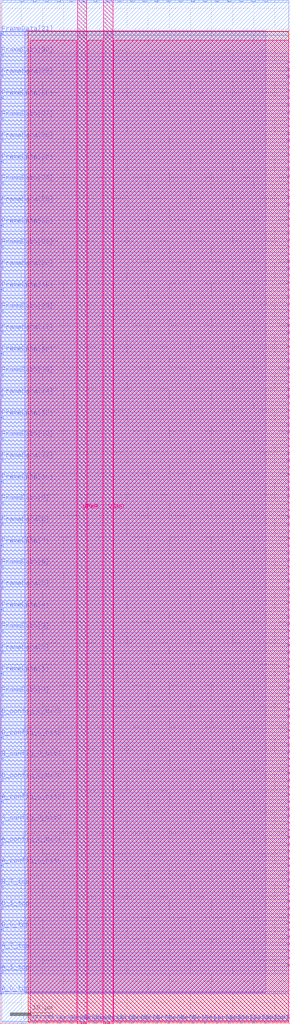
<source format=lef>
VERSION 5.7 ;
  NOWIREEXTENSIONATPIN ON ;
  DIVIDERCHAR "/" ;
  BUSBITCHARS "[]" ;
MACRO W_IO
  CLASS BLOCK ;
  FOREIGN W_IO ;
  ORIGIN 0.000 0.000 ;
  SIZE 68.640 BY 241.920 ;
  PIN A_I_top
    DIRECTION OUTPUT ;
    USE SIGNAL ;
    ANTENNADIFFAREA 0.654800 ;
    PORT
      LAYER Metal2 ;
        RECT 0.000 11.980 0.450 12.380 ;
    END
  END A_I_top
  PIN A_O_top
    DIRECTION INPUT ;
    USE SIGNAL ;
    ANTENNAGATEAREA 0.180700 ;
    PORT
      LAYER Metal2 ;
        RECT 0.000 6.940 0.450 7.340 ;
    END
  END A_O_top
  PIN A_T_top
    DIRECTION OUTPUT ;
    USE SIGNAL ;
    ANTENNADIFFAREA 0.654800 ;
    PORT
      LAYER Metal2 ;
        RECT 0.000 17.020 0.450 17.420 ;
    END
  END A_T_top
  PIN A_config_C_bit0
    DIRECTION OUTPUT ;
    USE SIGNAL ;
    ANTENNADIFFAREA 0.654800 ;
    PORT
      LAYER Metal2 ;
        RECT 0.000 37.180 0.450 37.580 ;
    END
  END A_config_C_bit0
  PIN A_config_C_bit1
    DIRECTION OUTPUT ;
    USE SIGNAL ;
    ANTENNADIFFAREA 0.654800 ;
    PORT
      LAYER Metal2 ;
        RECT 0.000 42.220 0.450 42.620 ;
    END
  END A_config_C_bit1
  PIN A_config_C_bit2
    DIRECTION OUTPUT ;
    USE SIGNAL ;
    ANTENNADIFFAREA 0.654800 ;
    PORT
      LAYER Metal2 ;
        RECT 0.000 47.260 0.450 47.660 ;
    END
  END A_config_C_bit2
  PIN A_config_C_bit3
    DIRECTION OUTPUT ;
    USE SIGNAL ;
    ANTENNADIFFAREA 0.654800 ;
    PORT
      LAYER Metal2 ;
        RECT 0.000 52.300 0.450 52.700 ;
    END
  END A_config_C_bit3
  PIN B_I_top
    DIRECTION OUTPUT ;
    USE SIGNAL ;
    ANTENNADIFFAREA 0.654800 ;
    PORT
      LAYER Metal2 ;
        RECT 0.000 27.100 0.450 27.500 ;
    END
  END B_I_top
  PIN B_O_top
    DIRECTION INPUT ;
    USE SIGNAL ;
    ANTENNAGATEAREA 0.180700 ;
    PORT
      LAYER Metal2 ;
        RECT 0.000 22.060 0.450 22.460 ;
    END
  END B_O_top
  PIN B_T_top
    DIRECTION OUTPUT ;
    USE SIGNAL ;
    ANTENNADIFFAREA 0.654800 ;
    PORT
      LAYER Metal2 ;
        RECT 0.000 32.140 0.450 32.540 ;
    END
  END B_T_top
  PIN B_config_C_bit0
    DIRECTION OUTPUT ;
    USE SIGNAL ;
    ANTENNADIFFAREA 0.654800 ;
    PORT
      LAYER Metal2 ;
        RECT 0.000 57.340 0.450 57.740 ;
    END
  END B_config_C_bit0
  PIN B_config_C_bit1
    DIRECTION OUTPUT ;
    USE SIGNAL ;
    ANTENNADIFFAREA 0.654800 ;
    PORT
      LAYER Metal2 ;
        RECT 0.000 62.380 0.450 62.780 ;
    END
  END B_config_C_bit1
  PIN B_config_C_bit2
    DIRECTION OUTPUT ;
    USE SIGNAL ;
    ANTENNADIFFAREA 0.654800 ;
    PORT
      LAYER Metal2 ;
        RECT 0.000 67.420 0.450 67.820 ;
    END
  END B_config_C_bit2
  PIN B_config_C_bit3
    DIRECTION OUTPUT ;
    USE SIGNAL ;
    ANTENNADIFFAREA 0.654800 ;
    PORT
      LAYER Metal2 ;
        RECT 0.000 72.460 0.450 72.860 ;
    END
  END B_config_C_bit3
  PIN E1BEG[0]
    DIRECTION OUTPUT ;
    USE SIGNAL ;
    ANTENNADIFFAREA 0.654800 ;
    PORT
      LAYER Metal2 ;
        RECT 68.190 94.300 68.640 94.700 ;
    END
  END E1BEG[0]
  PIN E1BEG[1]
    DIRECTION OUTPUT ;
    USE SIGNAL ;
    ANTENNADIFFAREA 0.654800 ;
    PORT
      LAYER Metal2 ;
        RECT 68.190 95.980 68.640 96.380 ;
    END
  END E1BEG[1]
  PIN E1BEG[2]
    DIRECTION OUTPUT ;
    USE SIGNAL ;
    ANTENNADIFFAREA 0.654800 ;
    PORT
      LAYER Metal2 ;
        RECT 68.190 97.660 68.640 98.060 ;
    END
  END E1BEG[2]
  PIN E1BEG[3]
    DIRECTION OUTPUT ;
    USE SIGNAL ;
    ANTENNADIFFAREA 0.654800 ;
    PORT
      LAYER Metal2 ;
        RECT 68.190 99.340 68.640 99.740 ;
    END
  END E1BEG[3]
  PIN E2BEG[0]
    DIRECTION OUTPUT ;
    USE SIGNAL ;
    ANTENNADIFFAREA 0.654800 ;
    PORT
      LAYER Metal2 ;
        RECT 68.190 101.020 68.640 101.420 ;
    END
  END E2BEG[0]
  PIN E2BEG[1]
    DIRECTION OUTPUT ;
    USE SIGNAL ;
    ANTENNADIFFAREA 0.654800 ;
    PORT
      LAYER Metal2 ;
        RECT 68.190 102.700 68.640 103.100 ;
    END
  END E2BEG[1]
  PIN E2BEG[2]
    DIRECTION OUTPUT ;
    USE SIGNAL ;
    ANTENNADIFFAREA 0.654800 ;
    PORT
      LAYER Metal2 ;
        RECT 68.190 104.380 68.640 104.780 ;
    END
  END E2BEG[2]
  PIN E2BEG[3]
    DIRECTION OUTPUT ;
    USE SIGNAL ;
    ANTENNADIFFAREA 0.654800 ;
    PORT
      LAYER Metal2 ;
        RECT 68.190 106.060 68.640 106.460 ;
    END
  END E2BEG[3]
  PIN E2BEG[4]
    DIRECTION OUTPUT ;
    USE SIGNAL ;
    ANTENNADIFFAREA 0.654800 ;
    PORT
      LAYER Metal2 ;
        RECT 68.190 107.740 68.640 108.140 ;
    END
  END E2BEG[4]
  PIN E2BEG[5]
    DIRECTION OUTPUT ;
    USE SIGNAL ;
    ANTENNADIFFAREA 0.654800 ;
    PORT
      LAYER Metal2 ;
        RECT 68.190 109.420 68.640 109.820 ;
    END
  END E2BEG[5]
  PIN E2BEG[6]
    DIRECTION OUTPUT ;
    USE SIGNAL ;
    ANTENNADIFFAREA 0.654800 ;
    PORT
      LAYER Metal2 ;
        RECT 68.190 111.100 68.640 111.500 ;
    END
  END E2BEG[6]
  PIN E2BEG[7]
    DIRECTION OUTPUT ;
    USE SIGNAL ;
    ANTENNADIFFAREA 0.654800 ;
    PORT
      LAYER Metal2 ;
        RECT 68.190 112.780 68.640 113.180 ;
    END
  END E2BEG[7]
  PIN E2BEGb[0]
    DIRECTION OUTPUT ;
    USE SIGNAL ;
    ANTENNADIFFAREA 0.654800 ;
    PORT
      LAYER Metal2 ;
        RECT 68.190 114.460 68.640 114.860 ;
    END
  END E2BEGb[0]
  PIN E2BEGb[1]
    DIRECTION OUTPUT ;
    USE SIGNAL ;
    ANTENNADIFFAREA 0.654800 ;
    PORT
      LAYER Metal2 ;
        RECT 68.190 116.140 68.640 116.540 ;
    END
  END E2BEGb[1]
  PIN E2BEGb[2]
    DIRECTION OUTPUT ;
    USE SIGNAL ;
    ANTENNADIFFAREA 0.654800 ;
    PORT
      LAYER Metal2 ;
        RECT 68.190 117.820 68.640 118.220 ;
    END
  END E2BEGb[2]
  PIN E2BEGb[3]
    DIRECTION OUTPUT ;
    USE SIGNAL ;
    ANTENNADIFFAREA 0.654800 ;
    PORT
      LAYER Metal2 ;
        RECT 68.190 119.500 68.640 119.900 ;
    END
  END E2BEGb[3]
  PIN E2BEGb[4]
    DIRECTION OUTPUT ;
    USE SIGNAL ;
    ANTENNADIFFAREA 0.654800 ;
    PORT
      LAYER Metal2 ;
        RECT 68.190 121.180 68.640 121.580 ;
    END
  END E2BEGb[4]
  PIN E2BEGb[5]
    DIRECTION OUTPUT ;
    USE SIGNAL ;
    ANTENNADIFFAREA 0.654800 ;
    PORT
      LAYER Metal2 ;
        RECT 68.190 122.860 68.640 123.260 ;
    END
  END E2BEGb[5]
  PIN E2BEGb[6]
    DIRECTION OUTPUT ;
    USE SIGNAL ;
    ANTENNADIFFAREA 0.654800 ;
    PORT
      LAYER Metal2 ;
        RECT 68.190 124.540 68.640 124.940 ;
    END
  END E2BEGb[6]
  PIN E2BEGb[7]
    DIRECTION OUTPUT ;
    USE SIGNAL ;
    ANTENNADIFFAREA 0.654800 ;
    PORT
      LAYER Metal2 ;
        RECT 68.190 126.220 68.640 126.620 ;
    END
  END E2BEGb[7]
  PIN E6BEG[0]
    DIRECTION OUTPUT ;
    USE SIGNAL ;
    ANTENNADIFFAREA 0.654800 ;
    PORT
      LAYER Metal2 ;
        RECT 68.190 154.780 68.640 155.180 ;
    END
  END E6BEG[0]
  PIN E6BEG[10]
    DIRECTION OUTPUT ;
    USE SIGNAL ;
    ANTENNADIFFAREA 0.654800 ;
    PORT
      LAYER Metal2 ;
        RECT 68.190 171.580 68.640 171.980 ;
    END
  END E6BEG[10]
  PIN E6BEG[11]
    DIRECTION OUTPUT ;
    USE SIGNAL ;
    ANTENNADIFFAREA 0.654800 ;
    PORT
      LAYER Metal2 ;
        RECT 68.190 173.260 68.640 173.660 ;
    END
  END E6BEG[11]
  PIN E6BEG[1]
    DIRECTION OUTPUT ;
    USE SIGNAL ;
    ANTENNADIFFAREA 0.654800 ;
    PORT
      LAYER Metal2 ;
        RECT 68.190 156.460 68.640 156.860 ;
    END
  END E6BEG[1]
  PIN E6BEG[2]
    DIRECTION OUTPUT ;
    USE SIGNAL ;
    ANTENNADIFFAREA 0.654800 ;
    PORT
      LAYER Metal2 ;
        RECT 68.190 158.140 68.640 158.540 ;
    END
  END E6BEG[2]
  PIN E6BEG[3]
    DIRECTION OUTPUT ;
    USE SIGNAL ;
    ANTENNADIFFAREA 0.654800 ;
    PORT
      LAYER Metal2 ;
        RECT 68.190 159.820 68.640 160.220 ;
    END
  END E6BEG[3]
  PIN E6BEG[4]
    DIRECTION OUTPUT ;
    USE SIGNAL ;
    ANTENNADIFFAREA 0.654800 ;
    PORT
      LAYER Metal2 ;
        RECT 68.190 161.500 68.640 161.900 ;
    END
  END E6BEG[4]
  PIN E6BEG[5]
    DIRECTION OUTPUT ;
    USE SIGNAL ;
    ANTENNADIFFAREA 0.654800 ;
    PORT
      LAYER Metal2 ;
        RECT 68.190 163.180 68.640 163.580 ;
    END
  END E6BEG[5]
  PIN E6BEG[6]
    DIRECTION OUTPUT ;
    USE SIGNAL ;
    ANTENNADIFFAREA 0.654800 ;
    PORT
      LAYER Metal2 ;
        RECT 68.190 164.860 68.640 165.260 ;
    END
  END E6BEG[6]
  PIN E6BEG[7]
    DIRECTION OUTPUT ;
    USE SIGNAL ;
    ANTENNADIFFAREA 0.654800 ;
    PORT
      LAYER Metal2 ;
        RECT 68.190 166.540 68.640 166.940 ;
    END
  END E6BEG[7]
  PIN E6BEG[8]
    DIRECTION OUTPUT ;
    USE SIGNAL ;
    ANTENNADIFFAREA 0.654800 ;
    PORT
      LAYER Metal2 ;
        RECT 68.190 168.220 68.640 168.620 ;
    END
  END E6BEG[8]
  PIN E6BEG[9]
    DIRECTION OUTPUT ;
    USE SIGNAL ;
    ANTENNADIFFAREA 0.654800 ;
    PORT
      LAYER Metal2 ;
        RECT 68.190 169.900 68.640 170.300 ;
    END
  END E6BEG[9]
  PIN EE4BEG[0]
    DIRECTION OUTPUT ;
    USE SIGNAL ;
    ANTENNADIFFAREA 0.654800 ;
    PORT
      LAYER Metal2 ;
        RECT 68.190 127.900 68.640 128.300 ;
    END
  END EE4BEG[0]
  PIN EE4BEG[10]
    DIRECTION OUTPUT ;
    USE SIGNAL ;
    ANTENNADIFFAREA 0.654800 ;
    PORT
      LAYER Metal2 ;
        RECT 68.190 144.700 68.640 145.100 ;
    END
  END EE4BEG[10]
  PIN EE4BEG[11]
    DIRECTION OUTPUT ;
    USE SIGNAL ;
    ANTENNADIFFAREA 0.654800 ;
    PORT
      LAYER Metal2 ;
        RECT 68.190 146.380 68.640 146.780 ;
    END
  END EE4BEG[11]
  PIN EE4BEG[12]
    DIRECTION OUTPUT ;
    USE SIGNAL ;
    ANTENNADIFFAREA 0.654800 ;
    PORT
      LAYER Metal2 ;
        RECT 68.190 148.060 68.640 148.460 ;
    END
  END EE4BEG[12]
  PIN EE4BEG[13]
    DIRECTION OUTPUT ;
    USE SIGNAL ;
    ANTENNADIFFAREA 0.654800 ;
    PORT
      LAYER Metal2 ;
        RECT 68.190 149.740 68.640 150.140 ;
    END
  END EE4BEG[13]
  PIN EE4BEG[14]
    DIRECTION OUTPUT ;
    USE SIGNAL ;
    ANTENNADIFFAREA 0.654800 ;
    PORT
      LAYER Metal2 ;
        RECT 68.190 151.420 68.640 151.820 ;
    END
  END EE4BEG[14]
  PIN EE4BEG[15]
    DIRECTION OUTPUT ;
    USE SIGNAL ;
    ANTENNADIFFAREA 0.654800 ;
    PORT
      LAYER Metal2 ;
        RECT 68.190 153.100 68.640 153.500 ;
    END
  END EE4BEG[15]
  PIN EE4BEG[1]
    DIRECTION OUTPUT ;
    USE SIGNAL ;
    ANTENNADIFFAREA 0.654800 ;
    PORT
      LAYER Metal2 ;
        RECT 68.190 129.580 68.640 129.980 ;
    END
  END EE4BEG[1]
  PIN EE4BEG[2]
    DIRECTION OUTPUT ;
    USE SIGNAL ;
    ANTENNADIFFAREA 0.654800 ;
    PORT
      LAYER Metal2 ;
        RECT 68.190 131.260 68.640 131.660 ;
    END
  END EE4BEG[2]
  PIN EE4BEG[3]
    DIRECTION OUTPUT ;
    USE SIGNAL ;
    ANTENNADIFFAREA 0.654800 ;
    PORT
      LAYER Metal2 ;
        RECT 68.190 132.940 68.640 133.340 ;
    END
  END EE4BEG[3]
  PIN EE4BEG[4]
    DIRECTION OUTPUT ;
    USE SIGNAL ;
    ANTENNADIFFAREA 0.654800 ;
    PORT
      LAYER Metal2 ;
        RECT 68.190 134.620 68.640 135.020 ;
    END
  END EE4BEG[4]
  PIN EE4BEG[5]
    DIRECTION OUTPUT ;
    USE SIGNAL ;
    ANTENNADIFFAREA 0.654800 ;
    PORT
      LAYER Metal2 ;
        RECT 68.190 136.300 68.640 136.700 ;
    END
  END EE4BEG[5]
  PIN EE4BEG[6]
    DIRECTION OUTPUT ;
    USE SIGNAL ;
    ANTENNADIFFAREA 0.654800 ;
    PORT
      LAYER Metal2 ;
        RECT 68.190 137.980 68.640 138.380 ;
    END
  END EE4BEG[6]
  PIN EE4BEG[7]
    DIRECTION OUTPUT ;
    USE SIGNAL ;
    ANTENNADIFFAREA 0.654800 ;
    PORT
      LAYER Metal2 ;
        RECT 68.190 139.660 68.640 140.060 ;
    END
  END EE4BEG[7]
  PIN EE4BEG[8]
    DIRECTION OUTPUT ;
    USE SIGNAL ;
    ANTENNADIFFAREA 0.654800 ;
    PORT
      LAYER Metal2 ;
        RECT 68.190 141.340 68.640 141.740 ;
    END
  END EE4BEG[8]
  PIN EE4BEG[9]
    DIRECTION OUTPUT ;
    USE SIGNAL ;
    ANTENNADIFFAREA 0.654800 ;
    PORT
      LAYER Metal2 ;
        RECT 68.190 143.020 68.640 143.420 ;
    END
  END EE4BEG[9]
  PIN FrameData[0]
    DIRECTION INPUT ;
    USE SIGNAL ;
    ANTENNAGATEAREA 0.180700 ;
    PORT
      LAYER Metal2 ;
        RECT 0.000 77.500 0.450 77.900 ;
    END
  END FrameData[0]
  PIN FrameData[10]
    DIRECTION INPUT ;
    USE SIGNAL ;
    ANTENNAGATEAREA 0.180700 ;
    PORT
      LAYER Metal2 ;
        RECT 0.000 127.900 0.450 128.300 ;
    END
  END FrameData[10]
  PIN FrameData[11]
    DIRECTION INPUT ;
    USE SIGNAL ;
    ANTENNAGATEAREA 0.180700 ;
    PORT
      LAYER Metal2 ;
        RECT 0.000 132.940 0.450 133.340 ;
    END
  END FrameData[11]
  PIN FrameData[12]
    DIRECTION INPUT ;
    USE SIGNAL ;
    ANTENNAGATEAREA 0.180700 ;
    PORT
      LAYER Metal2 ;
        RECT 0.000 137.980 0.450 138.380 ;
    END
  END FrameData[12]
  PIN FrameData[13]
    DIRECTION INPUT ;
    USE SIGNAL ;
    ANTENNAGATEAREA 0.180700 ;
    PORT
      LAYER Metal2 ;
        RECT 0.000 143.020 0.450 143.420 ;
    END
  END FrameData[13]
  PIN FrameData[14]
    DIRECTION INPUT ;
    USE SIGNAL ;
    ANTENNAGATEAREA 0.180700 ;
    PORT
      LAYER Metal2 ;
        RECT 0.000 148.060 0.450 148.460 ;
    END
  END FrameData[14]
  PIN FrameData[15]
    DIRECTION INPUT ;
    USE SIGNAL ;
    ANTENNAGATEAREA 0.180700 ;
    PORT
      LAYER Metal2 ;
        RECT 0.000 153.100 0.450 153.500 ;
    END
  END FrameData[15]
  PIN FrameData[16]
    DIRECTION INPUT ;
    USE SIGNAL ;
    ANTENNAGATEAREA 0.180700 ;
    PORT
      LAYER Metal2 ;
        RECT 0.000 158.140 0.450 158.540 ;
    END
  END FrameData[16]
  PIN FrameData[17]
    DIRECTION INPUT ;
    USE SIGNAL ;
    ANTENNAGATEAREA 0.180700 ;
    PORT
      LAYER Metal2 ;
        RECT 0.000 163.180 0.450 163.580 ;
    END
  END FrameData[17]
  PIN FrameData[18]
    DIRECTION INPUT ;
    USE SIGNAL ;
    ANTENNAGATEAREA 0.180700 ;
    PORT
      LAYER Metal2 ;
        RECT 0.000 168.220 0.450 168.620 ;
    END
  END FrameData[18]
  PIN FrameData[19]
    DIRECTION INPUT ;
    USE SIGNAL ;
    ANTENNAGATEAREA 0.180700 ;
    PORT
      LAYER Metal2 ;
        RECT 0.000 173.260 0.450 173.660 ;
    END
  END FrameData[19]
  PIN FrameData[1]
    DIRECTION INPUT ;
    USE SIGNAL ;
    ANTENNAGATEAREA 0.180700 ;
    PORT
      LAYER Metal2 ;
        RECT 0.000 82.540 0.450 82.940 ;
    END
  END FrameData[1]
  PIN FrameData[20]
    DIRECTION INPUT ;
    USE SIGNAL ;
    ANTENNAGATEAREA 0.180700 ;
    PORT
      LAYER Metal2 ;
        RECT 0.000 178.300 0.450 178.700 ;
    END
  END FrameData[20]
  PIN FrameData[21]
    DIRECTION INPUT ;
    USE SIGNAL ;
    ANTENNAGATEAREA 0.180700 ;
    PORT
      LAYER Metal2 ;
        RECT 0.000 183.340 0.450 183.740 ;
    END
  END FrameData[21]
  PIN FrameData[22]
    DIRECTION INPUT ;
    USE SIGNAL ;
    ANTENNAGATEAREA 0.180700 ;
    PORT
      LAYER Metal2 ;
        RECT 0.000 188.380 0.450 188.780 ;
    END
  END FrameData[22]
  PIN FrameData[23]
    DIRECTION INPUT ;
    USE SIGNAL ;
    ANTENNAGATEAREA 0.180700 ;
    PORT
      LAYER Metal2 ;
        RECT 0.000 193.420 0.450 193.820 ;
    END
  END FrameData[23]
  PIN FrameData[24]
    DIRECTION INPUT ;
    USE SIGNAL ;
    ANTENNAGATEAREA 0.180700 ;
    PORT
      LAYER Metal2 ;
        RECT 0.000 198.460 0.450 198.860 ;
    END
  END FrameData[24]
  PIN FrameData[25]
    DIRECTION INPUT ;
    USE SIGNAL ;
    ANTENNAGATEAREA 0.180700 ;
    PORT
      LAYER Metal2 ;
        RECT 0.000 203.500 0.450 203.900 ;
    END
  END FrameData[25]
  PIN FrameData[26]
    DIRECTION INPUT ;
    USE SIGNAL ;
    ANTENNAGATEAREA 0.180700 ;
    PORT
      LAYER Metal2 ;
        RECT 0.000 208.540 0.450 208.940 ;
    END
  END FrameData[26]
  PIN FrameData[27]
    DIRECTION INPUT ;
    USE SIGNAL ;
    ANTENNAGATEAREA 0.180700 ;
    PORT
      LAYER Metal2 ;
        RECT 0.000 213.580 0.450 213.980 ;
    END
  END FrameData[27]
  PIN FrameData[28]
    DIRECTION INPUT ;
    USE SIGNAL ;
    ANTENNAGATEAREA 0.180700 ;
    PORT
      LAYER Metal2 ;
        RECT 0.000 218.620 0.450 219.020 ;
    END
  END FrameData[28]
  PIN FrameData[29]
    DIRECTION INPUT ;
    USE SIGNAL ;
    ANTENNAGATEAREA 0.180700 ;
    PORT
      LAYER Metal2 ;
        RECT 0.000 223.660 0.450 224.060 ;
    END
  END FrameData[29]
  PIN FrameData[2]
    DIRECTION INPUT ;
    USE SIGNAL ;
    ANTENNAGATEAREA 0.180700 ;
    PORT
      LAYER Metal2 ;
        RECT 0.000 87.580 0.450 87.980 ;
    END
  END FrameData[2]
  PIN FrameData[30]
    DIRECTION INPUT ;
    USE SIGNAL ;
    ANTENNAGATEAREA 0.180700 ;
    PORT
      LAYER Metal2 ;
        RECT 0.000 228.700 0.450 229.100 ;
    END
  END FrameData[30]
  PIN FrameData[31]
    DIRECTION INPUT ;
    USE SIGNAL ;
    ANTENNAGATEAREA 0.180700 ;
    PORT
      LAYER Metal2 ;
        RECT 0.000 233.740 0.450 234.140 ;
    END
  END FrameData[31]
  PIN FrameData[3]
    DIRECTION INPUT ;
    USE SIGNAL ;
    ANTENNAGATEAREA 0.180700 ;
    PORT
      LAYER Metal2 ;
        RECT 0.000 92.620 0.450 93.020 ;
    END
  END FrameData[3]
  PIN FrameData[4]
    DIRECTION INPUT ;
    USE SIGNAL ;
    ANTENNAGATEAREA 0.180700 ;
    PORT
      LAYER Metal2 ;
        RECT 0.000 97.660 0.450 98.060 ;
    END
  END FrameData[4]
  PIN FrameData[5]
    DIRECTION INPUT ;
    USE SIGNAL ;
    ANTENNAGATEAREA 0.180700 ;
    PORT
      LAYER Metal2 ;
        RECT 0.000 102.700 0.450 103.100 ;
    END
  END FrameData[5]
  PIN FrameData[6]
    DIRECTION INPUT ;
    USE SIGNAL ;
    ANTENNAGATEAREA 0.180700 ;
    PORT
      LAYER Metal2 ;
        RECT 0.000 107.740 0.450 108.140 ;
    END
  END FrameData[6]
  PIN FrameData[7]
    DIRECTION INPUT ;
    USE SIGNAL ;
    ANTENNAGATEAREA 0.180700 ;
    PORT
      LAYER Metal2 ;
        RECT 0.000 112.780 0.450 113.180 ;
    END
  END FrameData[7]
  PIN FrameData[8]
    DIRECTION INPUT ;
    USE SIGNAL ;
    ANTENNAGATEAREA 0.180700 ;
    PORT
      LAYER Metal2 ;
        RECT 0.000 117.820 0.450 118.220 ;
    END
  END FrameData[8]
  PIN FrameData[9]
    DIRECTION INPUT ;
    USE SIGNAL ;
    ANTENNAGATEAREA 0.180700 ;
    PORT
      LAYER Metal2 ;
        RECT 0.000 122.860 0.450 123.260 ;
    END
  END FrameData[9]
  PIN FrameData_O[0]
    DIRECTION OUTPUT ;
    USE SIGNAL ;
    ANTENNADIFFAREA 0.654800 ;
    PORT
      LAYER Metal2 ;
        RECT 68.190 174.940 68.640 175.340 ;
    END
  END FrameData_O[0]
  PIN FrameData_O[10]
    DIRECTION OUTPUT ;
    USE SIGNAL ;
    ANTENNADIFFAREA 0.654800 ;
    PORT
      LAYER Metal2 ;
        RECT 68.190 191.740 68.640 192.140 ;
    END
  END FrameData_O[10]
  PIN FrameData_O[11]
    DIRECTION OUTPUT ;
    USE SIGNAL ;
    ANTENNADIFFAREA 0.654800 ;
    PORT
      LAYER Metal2 ;
        RECT 68.190 193.420 68.640 193.820 ;
    END
  END FrameData_O[11]
  PIN FrameData_O[12]
    DIRECTION OUTPUT ;
    USE SIGNAL ;
    ANTENNADIFFAREA 0.654800 ;
    PORT
      LAYER Metal2 ;
        RECT 68.190 195.100 68.640 195.500 ;
    END
  END FrameData_O[12]
  PIN FrameData_O[13]
    DIRECTION OUTPUT ;
    USE SIGNAL ;
    ANTENNADIFFAREA 0.654800 ;
    PORT
      LAYER Metal2 ;
        RECT 68.190 196.780 68.640 197.180 ;
    END
  END FrameData_O[13]
  PIN FrameData_O[14]
    DIRECTION OUTPUT ;
    USE SIGNAL ;
    ANTENNADIFFAREA 0.654800 ;
    PORT
      LAYER Metal2 ;
        RECT 68.190 198.460 68.640 198.860 ;
    END
  END FrameData_O[14]
  PIN FrameData_O[15]
    DIRECTION OUTPUT ;
    USE SIGNAL ;
    ANTENNADIFFAREA 0.654800 ;
    PORT
      LAYER Metal2 ;
        RECT 68.190 200.140 68.640 200.540 ;
    END
  END FrameData_O[15]
  PIN FrameData_O[16]
    DIRECTION OUTPUT ;
    USE SIGNAL ;
    ANTENNADIFFAREA 0.654800 ;
    PORT
      LAYER Metal2 ;
        RECT 68.190 201.820 68.640 202.220 ;
    END
  END FrameData_O[16]
  PIN FrameData_O[17]
    DIRECTION OUTPUT ;
    USE SIGNAL ;
    ANTENNADIFFAREA 0.654800 ;
    PORT
      LAYER Metal2 ;
        RECT 68.190 203.500 68.640 203.900 ;
    END
  END FrameData_O[17]
  PIN FrameData_O[18]
    DIRECTION OUTPUT ;
    USE SIGNAL ;
    ANTENNADIFFAREA 0.654800 ;
    PORT
      LAYER Metal2 ;
        RECT 68.190 205.180 68.640 205.580 ;
    END
  END FrameData_O[18]
  PIN FrameData_O[19]
    DIRECTION OUTPUT ;
    USE SIGNAL ;
    ANTENNADIFFAREA 0.654800 ;
    PORT
      LAYER Metal2 ;
        RECT 68.190 206.860 68.640 207.260 ;
    END
  END FrameData_O[19]
  PIN FrameData_O[1]
    DIRECTION OUTPUT ;
    USE SIGNAL ;
    ANTENNADIFFAREA 0.654800 ;
    PORT
      LAYER Metal2 ;
        RECT 68.190 176.620 68.640 177.020 ;
    END
  END FrameData_O[1]
  PIN FrameData_O[20]
    DIRECTION OUTPUT ;
    USE SIGNAL ;
    ANTENNADIFFAREA 0.654800 ;
    PORT
      LAYER Metal2 ;
        RECT 68.190 208.540 68.640 208.940 ;
    END
  END FrameData_O[20]
  PIN FrameData_O[21]
    DIRECTION OUTPUT ;
    USE SIGNAL ;
    ANTENNADIFFAREA 0.654800 ;
    PORT
      LAYER Metal2 ;
        RECT 68.190 210.220 68.640 210.620 ;
    END
  END FrameData_O[21]
  PIN FrameData_O[22]
    DIRECTION OUTPUT ;
    USE SIGNAL ;
    ANTENNADIFFAREA 0.654800 ;
    PORT
      LAYER Metal2 ;
        RECT 68.190 211.900 68.640 212.300 ;
    END
  END FrameData_O[22]
  PIN FrameData_O[23]
    DIRECTION OUTPUT ;
    USE SIGNAL ;
    ANTENNADIFFAREA 0.654800 ;
    PORT
      LAYER Metal2 ;
        RECT 68.190 213.580 68.640 213.980 ;
    END
  END FrameData_O[23]
  PIN FrameData_O[24]
    DIRECTION OUTPUT ;
    USE SIGNAL ;
    ANTENNADIFFAREA 0.654800 ;
    PORT
      LAYER Metal2 ;
        RECT 68.190 215.260 68.640 215.660 ;
    END
  END FrameData_O[24]
  PIN FrameData_O[25]
    DIRECTION OUTPUT ;
    USE SIGNAL ;
    ANTENNADIFFAREA 0.654800 ;
    PORT
      LAYER Metal2 ;
        RECT 68.190 216.940 68.640 217.340 ;
    END
  END FrameData_O[25]
  PIN FrameData_O[26]
    DIRECTION OUTPUT ;
    USE SIGNAL ;
    ANTENNADIFFAREA 0.654800 ;
    PORT
      LAYER Metal2 ;
        RECT 68.190 218.620 68.640 219.020 ;
    END
  END FrameData_O[26]
  PIN FrameData_O[27]
    DIRECTION OUTPUT ;
    USE SIGNAL ;
    ANTENNADIFFAREA 0.654800 ;
    PORT
      LAYER Metal2 ;
        RECT 68.190 220.300 68.640 220.700 ;
    END
  END FrameData_O[27]
  PIN FrameData_O[28]
    DIRECTION OUTPUT ;
    USE SIGNAL ;
    ANTENNADIFFAREA 0.654800 ;
    PORT
      LAYER Metal2 ;
        RECT 68.190 221.980 68.640 222.380 ;
    END
  END FrameData_O[28]
  PIN FrameData_O[29]
    DIRECTION OUTPUT ;
    USE SIGNAL ;
    ANTENNADIFFAREA 0.654800 ;
    PORT
      LAYER Metal2 ;
        RECT 68.190 223.660 68.640 224.060 ;
    END
  END FrameData_O[29]
  PIN FrameData_O[2]
    DIRECTION OUTPUT ;
    USE SIGNAL ;
    ANTENNADIFFAREA 0.654800 ;
    PORT
      LAYER Metal2 ;
        RECT 68.190 178.300 68.640 178.700 ;
    END
  END FrameData_O[2]
  PIN FrameData_O[30]
    DIRECTION OUTPUT ;
    USE SIGNAL ;
    ANTENNADIFFAREA 0.654800 ;
    PORT
      LAYER Metal2 ;
        RECT 68.190 225.340 68.640 225.740 ;
    END
  END FrameData_O[30]
  PIN FrameData_O[31]
    DIRECTION OUTPUT ;
    USE SIGNAL ;
    ANTENNADIFFAREA 0.654800 ;
    PORT
      LAYER Metal2 ;
        RECT 68.190 227.020 68.640 227.420 ;
    END
  END FrameData_O[31]
  PIN FrameData_O[3]
    DIRECTION OUTPUT ;
    USE SIGNAL ;
    ANTENNADIFFAREA 0.654800 ;
    PORT
      LAYER Metal2 ;
        RECT 68.190 179.980 68.640 180.380 ;
    END
  END FrameData_O[3]
  PIN FrameData_O[4]
    DIRECTION OUTPUT ;
    USE SIGNAL ;
    ANTENNADIFFAREA 0.654800 ;
    PORT
      LAYER Metal2 ;
        RECT 68.190 181.660 68.640 182.060 ;
    END
  END FrameData_O[4]
  PIN FrameData_O[5]
    DIRECTION OUTPUT ;
    USE SIGNAL ;
    ANTENNADIFFAREA 0.654800 ;
    PORT
      LAYER Metal2 ;
        RECT 68.190 183.340 68.640 183.740 ;
    END
  END FrameData_O[5]
  PIN FrameData_O[6]
    DIRECTION OUTPUT ;
    USE SIGNAL ;
    ANTENNADIFFAREA 0.654800 ;
    PORT
      LAYER Metal2 ;
        RECT 68.190 185.020 68.640 185.420 ;
    END
  END FrameData_O[6]
  PIN FrameData_O[7]
    DIRECTION OUTPUT ;
    USE SIGNAL ;
    ANTENNADIFFAREA 0.654800 ;
    PORT
      LAYER Metal2 ;
        RECT 68.190 186.700 68.640 187.100 ;
    END
  END FrameData_O[7]
  PIN FrameData_O[8]
    DIRECTION OUTPUT ;
    USE SIGNAL ;
    ANTENNADIFFAREA 0.654800 ;
    PORT
      LAYER Metal2 ;
        RECT 68.190 188.380 68.640 188.780 ;
    END
  END FrameData_O[8]
  PIN FrameData_O[9]
    DIRECTION OUTPUT ;
    USE SIGNAL ;
    ANTENNADIFFAREA 0.654800 ;
    PORT
      LAYER Metal2 ;
        RECT 68.190 190.060 68.640 190.460 ;
    END
  END FrameData_O[9]
  PIN FrameStrobe[0]
    DIRECTION INPUT ;
    USE SIGNAL ;
    ANTENNAGATEAREA 0.180700 ;
    PORT
      LAYER Metal3 ;
        RECT 7.960 0.000 8.360 0.400 ;
    END
  END FrameStrobe[0]
  PIN FrameStrobe[10]
    DIRECTION INPUT ;
    USE SIGNAL ;
    ANTENNAGATEAREA 0.180700 ;
    PORT
      LAYER Metal3 ;
        RECT 36.760 0.000 37.160 0.400 ;
    END
  END FrameStrobe[10]
  PIN FrameStrobe[11]
    DIRECTION INPUT ;
    USE SIGNAL ;
    ANTENNAGATEAREA 0.180700 ;
    PORT
      LAYER Metal3 ;
        RECT 39.640 0.000 40.040 0.400 ;
    END
  END FrameStrobe[11]
  PIN FrameStrobe[12]
    DIRECTION INPUT ;
    USE SIGNAL ;
    ANTENNAGATEAREA 0.180700 ;
    PORT
      LAYER Metal3 ;
        RECT 42.520 0.000 42.920 0.400 ;
    END
  END FrameStrobe[12]
  PIN FrameStrobe[13]
    DIRECTION INPUT ;
    USE SIGNAL ;
    ANTENNAGATEAREA 0.180700 ;
    PORT
      LAYER Metal3 ;
        RECT 45.400 0.000 45.800 0.400 ;
    END
  END FrameStrobe[13]
  PIN FrameStrobe[14]
    DIRECTION INPUT ;
    USE SIGNAL ;
    ANTENNAGATEAREA 0.180700 ;
    PORT
      LAYER Metal3 ;
        RECT 48.280 0.000 48.680 0.400 ;
    END
  END FrameStrobe[14]
  PIN FrameStrobe[15]
    DIRECTION INPUT ;
    USE SIGNAL ;
    ANTENNAGATEAREA 0.180700 ;
    PORT
      LAYER Metal3 ;
        RECT 51.160 0.000 51.560 0.400 ;
    END
  END FrameStrobe[15]
  PIN FrameStrobe[16]
    DIRECTION INPUT ;
    USE SIGNAL ;
    ANTENNAGATEAREA 0.180700 ;
    PORT
      LAYER Metal3 ;
        RECT 54.040 0.000 54.440 0.400 ;
    END
  END FrameStrobe[16]
  PIN FrameStrobe[17]
    DIRECTION INPUT ;
    USE SIGNAL ;
    ANTENNAGATEAREA 0.180700 ;
    PORT
      LAYER Metal3 ;
        RECT 56.920 0.000 57.320 0.400 ;
    END
  END FrameStrobe[17]
  PIN FrameStrobe[18]
    DIRECTION INPUT ;
    USE SIGNAL ;
    ANTENNAGATEAREA 0.180700 ;
    PORT
      LAYER Metal3 ;
        RECT 59.800 0.000 60.200 0.400 ;
    END
  END FrameStrobe[18]
  PIN FrameStrobe[19]
    DIRECTION INPUT ;
    USE SIGNAL ;
    ANTENNAGATEAREA 0.180700 ;
    PORT
      LAYER Metal3 ;
        RECT 62.680 0.000 63.080 0.400 ;
    END
  END FrameStrobe[19]
  PIN FrameStrobe[1]
    DIRECTION INPUT ;
    USE SIGNAL ;
    ANTENNAGATEAREA 0.180700 ;
    PORT
      LAYER Metal3 ;
        RECT 10.840 0.000 11.240 0.400 ;
    END
  END FrameStrobe[1]
  PIN FrameStrobe[2]
    DIRECTION INPUT ;
    USE SIGNAL ;
    ANTENNAGATEAREA 0.180700 ;
    PORT
      LAYER Metal3 ;
        RECT 13.720 0.000 14.120 0.400 ;
    END
  END FrameStrobe[2]
  PIN FrameStrobe[3]
    DIRECTION INPUT ;
    USE SIGNAL ;
    ANTENNAGATEAREA 0.180700 ;
    PORT
      LAYER Metal3 ;
        RECT 16.600 0.000 17.000 0.400 ;
    END
  END FrameStrobe[3]
  PIN FrameStrobe[4]
    DIRECTION INPUT ;
    USE SIGNAL ;
    ANTENNAGATEAREA 0.180700 ;
    PORT
      LAYER Metal3 ;
        RECT 19.480 0.000 19.880 0.400 ;
    END
  END FrameStrobe[4]
  PIN FrameStrobe[5]
    DIRECTION INPUT ;
    USE SIGNAL ;
    ANTENNAGATEAREA 0.180700 ;
    PORT
      LAYER Metal3 ;
        RECT 22.360 0.000 22.760 0.400 ;
    END
  END FrameStrobe[5]
  PIN FrameStrobe[6]
    DIRECTION INPUT ;
    USE SIGNAL ;
    ANTENNAGATEAREA 0.180700 ;
    PORT
      LAYER Metal3 ;
        RECT 25.240 0.000 25.640 0.400 ;
    END
  END FrameStrobe[6]
  PIN FrameStrobe[7]
    DIRECTION INPUT ;
    USE SIGNAL ;
    ANTENNAGATEAREA 0.180700 ;
    PORT
      LAYER Metal3 ;
        RECT 28.120 0.000 28.520 0.400 ;
    END
  END FrameStrobe[7]
  PIN FrameStrobe[8]
    DIRECTION INPUT ;
    USE SIGNAL ;
    ANTENNAGATEAREA 0.180700 ;
    PORT
      LAYER Metal3 ;
        RECT 31.000 0.000 31.400 0.400 ;
    END
  END FrameStrobe[8]
  PIN FrameStrobe[9]
    DIRECTION INPUT ;
    USE SIGNAL ;
    ANTENNAGATEAREA 0.180700 ;
    PORT
      LAYER Metal3 ;
        RECT 33.880 0.000 34.280 0.400 ;
    END
  END FrameStrobe[9]
  PIN FrameStrobe_O[0]
    DIRECTION OUTPUT ;
    USE SIGNAL ;
    ANTENNADIFFAREA 0.654800 ;
    PORT
      LAYER Metal3 ;
        RECT 7.960 241.520 8.360 241.920 ;
    END
  END FrameStrobe_O[0]
  PIN FrameStrobe_O[10]
    DIRECTION OUTPUT ;
    USE SIGNAL ;
    ANTENNADIFFAREA 0.654800 ;
    PORT
      LAYER Metal3 ;
        RECT 36.760 241.520 37.160 241.920 ;
    END
  END FrameStrobe_O[10]
  PIN FrameStrobe_O[11]
    DIRECTION OUTPUT ;
    USE SIGNAL ;
    ANTENNADIFFAREA 0.654800 ;
    PORT
      LAYER Metal3 ;
        RECT 39.640 241.520 40.040 241.920 ;
    END
  END FrameStrobe_O[11]
  PIN FrameStrobe_O[12]
    DIRECTION OUTPUT ;
    USE SIGNAL ;
    ANTENNADIFFAREA 0.654800 ;
    PORT
      LAYER Metal3 ;
        RECT 42.520 241.520 42.920 241.920 ;
    END
  END FrameStrobe_O[12]
  PIN FrameStrobe_O[13]
    DIRECTION OUTPUT ;
    USE SIGNAL ;
    ANTENNADIFFAREA 0.654800 ;
    PORT
      LAYER Metal3 ;
        RECT 45.400 241.520 45.800 241.920 ;
    END
  END FrameStrobe_O[13]
  PIN FrameStrobe_O[14]
    DIRECTION OUTPUT ;
    USE SIGNAL ;
    ANTENNADIFFAREA 0.654800 ;
    PORT
      LAYER Metal3 ;
        RECT 48.280 241.520 48.680 241.920 ;
    END
  END FrameStrobe_O[14]
  PIN FrameStrobe_O[15]
    DIRECTION OUTPUT ;
    USE SIGNAL ;
    ANTENNADIFFAREA 0.654800 ;
    PORT
      LAYER Metal3 ;
        RECT 51.160 241.520 51.560 241.920 ;
    END
  END FrameStrobe_O[15]
  PIN FrameStrobe_O[16]
    DIRECTION OUTPUT ;
    USE SIGNAL ;
    ANTENNADIFFAREA 0.654800 ;
    PORT
      LAYER Metal3 ;
        RECT 54.040 241.520 54.440 241.920 ;
    END
  END FrameStrobe_O[16]
  PIN FrameStrobe_O[17]
    DIRECTION OUTPUT ;
    USE SIGNAL ;
    ANTENNADIFFAREA 0.654800 ;
    PORT
      LAYER Metal3 ;
        RECT 56.920 241.520 57.320 241.920 ;
    END
  END FrameStrobe_O[17]
  PIN FrameStrobe_O[18]
    DIRECTION OUTPUT ;
    USE SIGNAL ;
    ANTENNADIFFAREA 0.654800 ;
    PORT
      LAYER Metal3 ;
        RECT 59.800 241.520 60.200 241.920 ;
    END
  END FrameStrobe_O[18]
  PIN FrameStrobe_O[19]
    DIRECTION OUTPUT ;
    USE SIGNAL ;
    ANTENNADIFFAREA 0.654800 ;
    PORT
      LAYER Metal3 ;
        RECT 62.680 241.520 63.080 241.920 ;
    END
  END FrameStrobe_O[19]
  PIN FrameStrobe_O[1]
    DIRECTION OUTPUT ;
    USE SIGNAL ;
    ANTENNADIFFAREA 0.654800 ;
    PORT
      LAYER Metal3 ;
        RECT 10.840 241.520 11.240 241.920 ;
    END
  END FrameStrobe_O[1]
  PIN FrameStrobe_O[2]
    DIRECTION OUTPUT ;
    USE SIGNAL ;
    ANTENNADIFFAREA 0.654800 ;
    PORT
      LAYER Metal3 ;
        RECT 13.720 241.520 14.120 241.920 ;
    END
  END FrameStrobe_O[2]
  PIN FrameStrobe_O[3]
    DIRECTION OUTPUT ;
    USE SIGNAL ;
    ANTENNADIFFAREA 0.654800 ;
    PORT
      LAYER Metal3 ;
        RECT 16.600 241.520 17.000 241.920 ;
    END
  END FrameStrobe_O[3]
  PIN FrameStrobe_O[4]
    DIRECTION OUTPUT ;
    USE SIGNAL ;
    ANTENNADIFFAREA 0.654800 ;
    PORT
      LAYER Metal3 ;
        RECT 19.480 241.520 19.880 241.920 ;
    END
  END FrameStrobe_O[4]
  PIN FrameStrobe_O[5]
    DIRECTION OUTPUT ;
    USE SIGNAL ;
    ANTENNADIFFAREA 0.654800 ;
    PORT
      LAYER Metal3 ;
        RECT 22.360 241.520 22.760 241.920 ;
    END
  END FrameStrobe_O[5]
  PIN FrameStrobe_O[6]
    DIRECTION OUTPUT ;
    USE SIGNAL ;
    ANTENNADIFFAREA 0.654800 ;
    PORT
      LAYER Metal3 ;
        RECT 25.240 241.520 25.640 241.920 ;
    END
  END FrameStrobe_O[6]
  PIN FrameStrobe_O[7]
    DIRECTION OUTPUT ;
    USE SIGNAL ;
    ANTENNADIFFAREA 0.654800 ;
    PORT
      LAYER Metal3 ;
        RECT 28.120 241.520 28.520 241.920 ;
    END
  END FrameStrobe_O[7]
  PIN FrameStrobe_O[8]
    DIRECTION OUTPUT ;
    USE SIGNAL ;
    ANTENNADIFFAREA 0.654800 ;
    PORT
      LAYER Metal3 ;
        RECT 31.000 241.520 31.400 241.920 ;
    END
  END FrameStrobe_O[8]
  PIN FrameStrobe_O[9]
    DIRECTION OUTPUT ;
    USE SIGNAL ;
    ANTENNADIFFAREA 0.654800 ;
    PORT
      LAYER Metal3 ;
        RECT 33.880 241.520 34.280 241.920 ;
    END
  END FrameStrobe_O[9]
  PIN UserCLK
    DIRECTION INPUT ;
    USE SIGNAL ;
    ANTENNAGATEAREA 0.633100 ;
    PORT
      LAYER Metal3 ;
        RECT 5.080 0.000 5.480 0.400 ;
    END
  END UserCLK
  PIN UserCLKo
    DIRECTION OUTPUT ;
    USE SIGNAL ;
    ANTENNADIFFAREA 0.654800 ;
    PORT
      LAYER Metal3 ;
        RECT 5.080 241.520 5.480 241.920 ;
    END
  END UserCLKo
  PIN VGND
    DIRECTION INOUT ;
    USE GROUND ;
    PORT
      LAYER Metal5 ;
        RECT 24.460 0.000 26.660 241.920 ;
    END
  END VGND
  PIN VPWR
    DIRECTION INOUT ;
    USE POWER ;
    PORT
      LAYER Metal5 ;
        RECT 18.260 0.000 20.460 241.920 ;
    END
  END VPWR
  PIN W1END[0]
    DIRECTION INPUT ;
    USE SIGNAL ;
    ANTENNAGATEAREA 0.180700 ;
    PORT
      LAYER Metal2 ;
        RECT 68.190 13.660 68.640 14.060 ;
    END
  END W1END[0]
  PIN W1END[1]
    DIRECTION INPUT ;
    USE SIGNAL ;
    ANTENNAGATEAREA 0.180700 ;
    PORT
      LAYER Metal2 ;
        RECT 68.190 15.340 68.640 15.740 ;
    END
  END W1END[1]
  PIN W1END[2]
    DIRECTION INPUT ;
    USE SIGNAL ;
    ANTENNAGATEAREA 0.180700 ;
    PORT
      LAYER Metal2 ;
        RECT 68.190 17.020 68.640 17.420 ;
    END
  END W1END[2]
  PIN W1END[3]
    DIRECTION INPUT ;
    USE SIGNAL ;
    ANTENNAGATEAREA 0.180700 ;
    PORT
      LAYER Metal2 ;
        RECT 68.190 18.700 68.640 19.100 ;
    END
  END W1END[3]
  PIN W2END[0]
    DIRECTION INPUT ;
    USE SIGNAL ;
    ANTENNAGATEAREA 0.180700 ;
    PORT
      LAYER Metal2 ;
        RECT 68.190 33.820 68.640 34.220 ;
    END
  END W2END[0]
  PIN W2END[1]
    DIRECTION INPUT ;
    USE SIGNAL ;
    ANTENNAGATEAREA 0.180700 ;
    PORT
      LAYER Metal2 ;
        RECT 68.190 35.500 68.640 35.900 ;
    END
  END W2END[1]
  PIN W2END[2]
    DIRECTION INPUT ;
    USE SIGNAL ;
    ANTENNAGATEAREA 0.180700 ;
    PORT
      LAYER Metal2 ;
        RECT 68.190 37.180 68.640 37.580 ;
    END
  END W2END[2]
  PIN W2END[3]
    DIRECTION INPUT ;
    USE SIGNAL ;
    ANTENNAGATEAREA 0.180700 ;
    PORT
      LAYER Metal2 ;
        RECT 68.190 38.860 68.640 39.260 ;
    END
  END W2END[3]
  PIN W2END[4]
    DIRECTION INPUT ;
    USE SIGNAL ;
    ANTENNAGATEAREA 0.180700 ;
    PORT
      LAYER Metal2 ;
        RECT 68.190 40.540 68.640 40.940 ;
    END
  END W2END[4]
  PIN W2END[5]
    DIRECTION INPUT ;
    USE SIGNAL ;
    ANTENNAGATEAREA 0.180700 ;
    PORT
      LAYER Metal2 ;
        RECT 68.190 42.220 68.640 42.620 ;
    END
  END W2END[5]
  PIN W2END[6]
    DIRECTION INPUT ;
    USE SIGNAL ;
    ANTENNAGATEAREA 0.180700 ;
    PORT
      LAYER Metal2 ;
        RECT 68.190 43.900 68.640 44.300 ;
    END
  END W2END[6]
  PIN W2END[7]
    DIRECTION INPUT ;
    USE SIGNAL ;
    ANTENNAGATEAREA 0.180700 ;
    PORT
      LAYER Metal2 ;
        RECT 68.190 45.580 68.640 45.980 ;
    END
  END W2END[7]
  PIN W2MID[0]
    DIRECTION INPUT ;
    USE SIGNAL ;
    ANTENNAGATEAREA 0.180700 ;
    PORT
      LAYER Metal2 ;
        RECT 68.190 20.380 68.640 20.780 ;
    END
  END W2MID[0]
  PIN W2MID[1]
    DIRECTION INPUT ;
    USE SIGNAL ;
    ANTENNAGATEAREA 0.180700 ;
    PORT
      LAYER Metal2 ;
        RECT 68.190 22.060 68.640 22.460 ;
    END
  END W2MID[1]
  PIN W2MID[2]
    DIRECTION INPUT ;
    USE SIGNAL ;
    ANTENNAGATEAREA 0.180700 ;
    PORT
      LAYER Metal2 ;
        RECT 68.190 23.740 68.640 24.140 ;
    END
  END W2MID[2]
  PIN W2MID[3]
    DIRECTION INPUT ;
    USE SIGNAL ;
    ANTENNAGATEAREA 0.180700 ;
    PORT
      LAYER Metal2 ;
        RECT 68.190 25.420 68.640 25.820 ;
    END
  END W2MID[3]
  PIN W2MID[4]
    DIRECTION INPUT ;
    USE SIGNAL ;
    ANTENNAGATEAREA 0.180700 ;
    PORT
      LAYER Metal2 ;
        RECT 68.190 27.100 68.640 27.500 ;
    END
  END W2MID[4]
  PIN W2MID[5]
    DIRECTION INPUT ;
    USE SIGNAL ;
    ANTENNAGATEAREA 0.180700 ;
    PORT
      LAYER Metal2 ;
        RECT 68.190 28.780 68.640 29.180 ;
    END
  END W2MID[5]
  PIN W2MID[6]
    DIRECTION INPUT ;
    USE SIGNAL ;
    ANTENNAGATEAREA 0.180700 ;
    PORT
      LAYER Metal2 ;
        RECT 68.190 30.460 68.640 30.860 ;
    END
  END W2MID[6]
  PIN W2MID[7]
    DIRECTION INPUT ;
    USE SIGNAL ;
    ANTENNAGATEAREA 0.180700 ;
    PORT
      LAYER Metal2 ;
        RECT 68.190 32.140 68.640 32.540 ;
    END
  END W2MID[7]
  PIN W6END[0]
    DIRECTION INPUT ;
    USE SIGNAL ;
    ANTENNAGATEAREA 0.180700 ;
    PORT
      LAYER Metal2 ;
        RECT 68.190 74.140 68.640 74.540 ;
    END
  END W6END[0]
  PIN W6END[10]
    DIRECTION INPUT ;
    USE SIGNAL ;
    ANTENNAGATEAREA 0.180700 ;
    PORT
      LAYER Metal2 ;
        RECT 68.190 90.940 68.640 91.340 ;
    END
  END W6END[10]
  PIN W6END[11]
    DIRECTION INPUT ;
    USE SIGNAL ;
    ANTENNAGATEAREA 0.180700 ;
    PORT
      LAYER Metal2 ;
        RECT 68.190 92.620 68.640 93.020 ;
    END
  END W6END[11]
  PIN W6END[1]
    DIRECTION INPUT ;
    USE SIGNAL ;
    ANTENNAGATEAREA 0.180700 ;
    PORT
      LAYER Metal2 ;
        RECT 68.190 75.820 68.640 76.220 ;
    END
  END W6END[1]
  PIN W6END[2]
    DIRECTION INPUT ;
    USE SIGNAL ;
    ANTENNAGATEAREA 0.180700 ;
    PORT
      LAYER Metal2 ;
        RECT 68.190 77.500 68.640 77.900 ;
    END
  END W6END[2]
  PIN W6END[3]
    DIRECTION INPUT ;
    USE SIGNAL ;
    ANTENNAGATEAREA 0.180700 ;
    PORT
      LAYER Metal2 ;
        RECT 68.190 79.180 68.640 79.580 ;
    END
  END W6END[3]
  PIN W6END[4]
    DIRECTION INPUT ;
    USE SIGNAL ;
    ANTENNAGATEAREA 0.180700 ;
    PORT
      LAYER Metal2 ;
        RECT 68.190 80.860 68.640 81.260 ;
    END
  END W6END[4]
  PIN W6END[5]
    DIRECTION INPUT ;
    USE SIGNAL ;
    ANTENNAGATEAREA 0.180700 ;
    PORT
      LAYER Metal2 ;
        RECT 68.190 82.540 68.640 82.940 ;
    END
  END W6END[5]
  PIN W6END[6]
    DIRECTION INPUT ;
    USE SIGNAL ;
    ANTENNAGATEAREA 0.180700 ;
    PORT
      LAYER Metal2 ;
        RECT 68.190 84.220 68.640 84.620 ;
    END
  END W6END[6]
  PIN W6END[7]
    DIRECTION INPUT ;
    USE SIGNAL ;
    ANTENNAGATEAREA 0.180700 ;
    PORT
      LAYER Metal2 ;
        RECT 68.190 85.900 68.640 86.300 ;
    END
  END W6END[7]
  PIN W6END[8]
    DIRECTION INPUT ;
    USE SIGNAL ;
    ANTENNAGATEAREA 0.180700 ;
    PORT
      LAYER Metal2 ;
        RECT 68.190 87.580 68.640 87.980 ;
    END
  END W6END[8]
  PIN W6END[9]
    DIRECTION INPUT ;
    USE SIGNAL ;
    ANTENNAGATEAREA 0.180700 ;
    PORT
      LAYER Metal2 ;
        RECT 68.190 89.260 68.640 89.660 ;
    END
  END W6END[9]
  PIN WW4END[0]
    DIRECTION INPUT ;
    USE SIGNAL ;
    ANTENNAGATEAREA 0.180700 ;
    PORT
      LAYER Metal2 ;
        RECT 68.190 47.260 68.640 47.660 ;
    END
  END WW4END[0]
  PIN WW4END[10]
    DIRECTION INPUT ;
    USE SIGNAL ;
    ANTENNAGATEAREA 0.180700 ;
    PORT
      LAYER Metal2 ;
        RECT 68.190 64.060 68.640 64.460 ;
    END
  END WW4END[10]
  PIN WW4END[11]
    DIRECTION INPUT ;
    USE SIGNAL ;
    ANTENNAGATEAREA 0.180700 ;
    PORT
      LAYER Metal2 ;
        RECT 68.190 65.740 68.640 66.140 ;
    END
  END WW4END[11]
  PIN WW4END[12]
    DIRECTION INPUT ;
    USE SIGNAL ;
    ANTENNAGATEAREA 0.180700 ;
    PORT
      LAYER Metal2 ;
        RECT 68.190 67.420 68.640 67.820 ;
    END
  END WW4END[12]
  PIN WW4END[13]
    DIRECTION INPUT ;
    USE SIGNAL ;
    ANTENNAGATEAREA 0.180700 ;
    PORT
      LAYER Metal2 ;
        RECT 68.190 69.100 68.640 69.500 ;
    END
  END WW4END[13]
  PIN WW4END[14]
    DIRECTION INPUT ;
    USE SIGNAL ;
    ANTENNAGATEAREA 0.180700 ;
    PORT
      LAYER Metal2 ;
        RECT 68.190 70.780 68.640 71.180 ;
    END
  END WW4END[14]
  PIN WW4END[15]
    DIRECTION INPUT ;
    USE SIGNAL ;
    ANTENNAGATEAREA 0.180700 ;
    PORT
      LAYER Metal2 ;
        RECT 68.190 72.460 68.640 72.860 ;
    END
  END WW4END[15]
  PIN WW4END[1]
    DIRECTION INPUT ;
    USE SIGNAL ;
    ANTENNAGATEAREA 0.180700 ;
    PORT
      LAYER Metal2 ;
        RECT 68.190 48.940 68.640 49.340 ;
    END
  END WW4END[1]
  PIN WW4END[2]
    DIRECTION INPUT ;
    USE SIGNAL ;
    ANTENNAGATEAREA 0.180700 ;
    PORT
      LAYER Metal2 ;
        RECT 68.190 50.620 68.640 51.020 ;
    END
  END WW4END[2]
  PIN WW4END[3]
    DIRECTION INPUT ;
    USE SIGNAL ;
    ANTENNAGATEAREA 0.180700 ;
    PORT
      LAYER Metal2 ;
        RECT 68.190 52.300 68.640 52.700 ;
    END
  END WW4END[3]
  PIN WW4END[4]
    DIRECTION INPUT ;
    USE SIGNAL ;
    ANTENNAGATEAREA 0.180700 ;
    PORT
      LAYER Metal2 ;
        RECT 68.190 53.980 68.640 54.380 ;
    END
  END WW4END[4]
  PIN WW4END[5]
    DIRECTION INPUT ;
    USE SIGNAL ;
    ANTENNAGATEAREA 0.180700 ;
    PORT
      LAYER Metal2 ;
        RECT 68.190 55.660 68.640 56.060 ;
    END
  END WW4END[5]
  PIN WW4END[6]
    DIRECTION INPUT ;
    USE SIGNAL ;
    ANTENNAGATEAREA 0.180700 ;
    PORT
      LAYER Metal2 ;
        RECT 68.190 57.340 68.640 57.740 ;
    END
  END WW4END[6]
  PIN WW4END[7]
    DIRECTION INPUT ;
    USE SIGNAL ;
    ANTENNAGATEAREA 0.180700 ;
    PORT
      LAYER Metal2 ;
        RECT 68.190 59.020 68.640 59.420 ;
    END
  END WW4END[7]
  PIN WW4END[8]
    DIRECTION INPUT ;
    USE SIGNAL ;
    ANTENNAGATEAREA 0.180700 ;
    PORT
      LAYER Metal2 ;
        RECT 68.190 60.700 68.640 61.100 ;
    END
  END WW4END[8]
  PIN WW4END[9]
    DIRECTION INPUT ;
    USE SIGNAL ;
    ANTENNAGATEAREA 0.180700 ;
    PORT
      LAYER Metal2 ;
        RECT 68.190 62.380 68.640 62.780 ;
    END
  END WW4END[9]
  OBS
      LAYER GatPoly ;
        RECT 5.760 7.410 62.880 234.510 ;
      LAYER Metal1 ;
        RECT 5.760 7.340 62.880 234.580 ;
      LAYER Metal2 ;
        RECT 0.125 234.350 68.305 234.460 ;
        RECT 0.660 233.530 68.305 234.350 ;
        RECT 0.125 229.310 68.305 233.530 ;
        RECT 0.660 228.490 68.305 229.310 ;
        RECT 0.125 227.630 68.305 228.490 ;
        RECT 0.125 226.810 67.980 227.630 ;
        RECT 0.125 225.950 68.305 226.810 ;
        RECT 0.125 225.130 67.980 225.950 ;
        RECT 0.125 224.270 68.305 225.130 ;
        RECT 0.660 223.450 67.980 224.270 ;
        RECT 0.125 222.590 68.305 223.450 ;
        RECT 0.125 221.770 67.980 222.590 ;
        RECT 0.125 220.910 68.305 221.770 ;
        RECT 0.125 220.090 67.980 220.910 ;
        RECT 0.125 219.230 68.305 220.090 ;
        RECT 0.660 218.410 67.980 219.230 ;
        RECT 0.125 217.550 68.305 218.410 ;
        RECT 0.125 216.730 67.980 217.550 ;
        RECT 0.125 215.870 68.305 216.730 ;
        RECT 0.125 215.050 67.980 215.870 ;
        RECT 0.125 214.190 68.305 215.050 ;
        RECT 0.660 213.370 67.980 214.190 ;
        RECT 0.125 212.510 68.305 213.370 ;
        RECT 0.125 211.690 67.980 212.510 ;
        RECT 0.125 210.830 68.305 211.690 ;
        RECT 0.125 210.010 67.980 210.830 ;
        RECT 0.125 209.150 68.305 210.010 ;
        RECT 0.660 208.330 67.980 209.150 ;
        RECT 0.125 207.470 68.305 208.330 ;
        RECT 0.125 206.650 67.980 207.470 ;
        RECT 0.125 205.790 68.305 206.650 ;
        RECT 0.125 204.970 67.980 205.790 ;
        RECT 0.125 204.110 68.305 204.970 ;
        RECT 0.660 203.290 67.980 204.110 ;
        RECT 0.125 202.430 68.305 203.290 ;
        RECT 0.125 201.610 67.980 202.430 ;
        RECT 0.125 200.750 68.305 201.610 ;
        RECT 0.125 199.930 67.980 200.750 ;
        RECT 0.125 199.070 68.305 199.930 ;
        RECT 0.660 198.250 67.980 199.070 ;
        RECT 0.125 197.390 68.305 198.250 ;
        RECT 0.125 196.570 67.980 197.390 ;
        RECT 0.125 195.710 68.305 196.570 ;
        RECT 0.125 194.890 67.980 195.710 ;
        RECT 0.125 194.030 68.305 194.890 ;
        RECT 0.660 193.210 67.980 194.030 ;
        RECT 0.125 192.350 68.305 193.210 ;
        RECT 0.125 191.530 67.980 192.350 ;
        RECT 0.125 190.670 68.305 191.530 ;
        RECT 0.125 189.850 67.980 190.670 ;
        RECT 0.125 188.990 68.305 189.850 ;
        RECT 0.660 188.170 67.980 188.990 ;
        RECT 0.125 187.310 68.305 188.170 ;
        RECT 0.125 186.490 67.980 187.310 ;
        RECT 0.125 185.630 68.305 186.490 ;
        RECT 0.125 184.810 67.980 185.630 ;
        RECT 0.125 183.950 68.305 184.810 ;
        RECT 0.660 183.130 67.980 183.950 ;
        RECT 0.125 182.270 68.305 183.130 ;
        RECT 0.125 181.450 67.980 182.270 ;
        RECT 0.125 180.590 68.305 181.450 ;
        RECT 0.125 179.770 67.980 180.590 ;
        RECT 0.125 178.910 68.305 179.770 ;
        RECT 0.660 178.090 67.980 178.910 ;
        RECT 0.125 177.230 68.305 178.090 ;
        RECT 0.125 176.410 67.980 177.230 ;
        RECT 0.125 175.550 68.305 176.410 ;
        RECT 0.125 174.730 67.980 175.550 ;
        RECT 0.125 173.870 68.305 174.730 ;
        RECT 0.660 173.050 67.980 173.870 ;
        RECT 0.125 172.190 68.305 173.050 ;
        RECT 0.125 171.370 67.980 172.190 ;
        RECT 0.125 170.510 68.305 171.370 ;
        RECT 0.125 169.690 67.980 170.510 ;
        RECT 0.125 168.830 68.305 169.690 ;
        RECT 0.660 168.010 67.980 168.830 ;
        RECT 0.125 167.150 68.305 168.010 ;
        RECT 0.125 166.330 67.980 167.150 ;
        RECT 0.125 165.470 68.305 166.330 ;
        RECT 0.125 164.650 67.980 165.470 ;
        RECT 0.125 163.790 68.305 164.650 ;
        RECT 0.660 162.970 67.980 163.790 ;
        RECT 0.125 162.110 68.305 162.970 ;
        RECT 0.125 161.290 67.980 162.110 ;
        RECT 0.125 160.430 68.305 161.290 ;
        RECT 0.125 159.610 67.980 160.430 ;
        RECT 0.125 158.750 68.305 159.610 ;
        RECT 0.660 157.930 67.980 158.750 ;
        RECT 0.125 157.070 68.305 157.930 ;
        RECT 0.125 156.250 67.980 157.070 ;
        RECT 0.125 155.390 68.305 156.250 ;
        RECT 0.125 154.570 67.980 155.390 ;
        RECT 0.125 153.710 68.305 154.570 ;
        RECT 0.660 152.890 67.980 153.710 ;
        RECT 0.125 152.030 68.305 152.890 ;
        RECT 0.125 151.210 67.980 152.030 ;
        RECT 0.125 150.350 68.305 151.210 ;
        RECT 0.125 149.530 67.980 150.350 ;
        RECT 0.125 148.670 68.305 149.530 ;
        RECT 0.660 147.850 67.980 148.670 ;
        RECT 0.125 146.990 68.305 147.850 ;
        RECT 0.125 146.170 67.980 146.990 ;
        RECT 0.125 145.310 68.305 146.170 ;
        RECT 0.125 144.490 67.980 145.310 ;
        RECT 0.125 143.630 68.305 144.490 ;
        RECT 0.660 142.810 67.980 143.630 ;
        RECT 0.125 141.950 68.305 142.810 ;
        RECT 0.125 141.130 67.980 141.950 ;
        RECT 0.125 140.270 68.305 141.130 ;
        RECT 0.125 139.450 67.980 140.270 ;
        RECT 0.125 138.590 68.305 139.450 ;
        RECT 0.660 137.770 67.980 138.590 ;
        RECT 0.125 136.910 68.305 137.770 ;
        RECT 0.125 136.090 67.980 136.910 ;
        RECT 0.125 135.230 68.305 136.090 ;
        RECT 0.125 134.410 67.980 135.230 ;
        RECT 0.125 133.550 68.305 134.410 ;
        RECT 0.660 132.730 67.980 133.550 ;
        RECT 0.125 131.870 68.305 132.730 ;
        RECT 0.125 131.050 67.980 131.870 ;
        RECT 0.125 130.190 68.305 131.050 ;
        RECT 0.125 129.370 67.980 130.190 ;
        RECT 0.125 128.510 68.305 129.370 ;
        RECT 0.660 127.690 67.980 128.510 ;
        RECT 0.125 126.830 68.305 127.690 ;
        RECT 0.125 126.010 67.980 126.830 ;
        RECT 0.125 125.150 68.305 126.010 ;
        RECT 0.125 124.330 67.980 125.150 ;
        RECT 0.125 123.470 68.305 124.330 ;
        RECT 0.660 122.650 67.980 123.470 ;
        RECT 0.125 121.790 68.305 122.650 ;
        RECT 0.125 120.970 67.980 121.790 ;
        RECT 0.125 120.110 68.305 120.970 ;
        RECT 0.125 119.290 67.980 120.110 ;
        RECT 0.125 118.430 68.305 119.290 ;
        RECT 0.660 117.610 67.980 118.430 ;
        RECT 0.125 116.750 68.305 117.610 ;
        RECT 0.125 115.930 67.980 116.750 ;
        RECT 0.125 115.070 68.305 115.930 ;
        RECT 0.125 114.250 67.980 115.070 ;
        RECT 0.125 113.390 68.305 114.250 ;
        RECT 0.660 112.570 67.980 113.390 ;
        RECT 0.125 111.710 68.305 112.570 ;
        RECT 0.125 110.890 67.980 111.710 ;
        RECT 0.125 110.030 68.305 110.890 ;
        RECT 0.125 109.210 67.980 110.030 ;
        RECT 0.125 108.350 68.305 109.210 ;
        RECT 0.660 107.530 67.980 108.350 ;
        RECT 0.125 106.670 68.305 107.530 ;
        RECT 0.125 105.850 67.980 106.670 ;
        RECT 0.125 104.990 68.305 105.850 ;
        RECT 0.125 104.170 67.980 104.990 ;
        RECT 0.125 103.310 68.305 104.170 ;
        RECT 0.660 102.490 67.980 103.310 ;
        RECT 0.125 101.630 68.305 102.490 ;
        RECT 0.125 100.810 67.980 101.630 ;
        RECT 0.125 99.950 68.305 100.810 ;
        RECT 0.125 99.130 67.980 99.950 ;
        RECT 0.125 98.270 68.305 99.130 ;
        RECT 0.660 97.450 67.980 98.270 ;
        RECT 0.125 96.590 68.305 97.450 ;
        RECT 0.125 95.770 67.980 96.590 ;
        RECT 0.125 94.910 68.305 95.770 ;
        RECT 0.125 94.090 67.980 94.910 ;
        RECT 0.125 93.230 68.305 94.090 ;
        RECT 0.660 92.410 67.980 93.230 ;
        RECT 0.125 91.550 68.305 92.410 ;
        RECT 0.125 90.730 67.980 91.550 ;
        RECT 0.125 89.870 68.305 90.730 ;
        RECT 0.125 89.050 67.980 89.870 ;
        RECT 0.125 88.190 68.305 89.050 ;
        RECT 0.660 87.370 67.980 88.190 ;
        RECT 0.125 86.510 68.305 87.370 ;
        RECT 0.125 85.690 67.980 86.510 ;
        RECT 0.125 84.830 68.305 85.690 ;
        RECT 0.125 84.010 67.980 84.830 ;
        RECT 0.125 83.150 68.305 84.010 ;
        RECT 0.660 82.330 67.980 83.150 ;
        RECT 0.125 81.470 68.305 82.330 ;
        RECT 0.125 80.650 67.980 81.470 ;
        RECT 0.125 79.790 68.305 80.650 ;
        RECT 0.125 78.970 67.980 79.790 ;
        RECT 0.125 78.110 68.305 78.970 ;
        RECT 0.660 77.290 67.980 78.110 ;
        RECT 0.125 76.430 68.305 77.290 ;
        RECT 0.125 75.610 67.980 76.430 ;
        RECT 0.125 74.750 68.305 75.610 ;
        RECT 0.125 73.930 67.980 74.750 ;
        RECT 0.125 73.070 68.305 73.930 ;
        RECT 0.660 72.250 67.980 73.070 ;
        RECT 0.125 71.390 68.305 72.250 ;
        RECT 0.125 70.570 67.980 71.390 ;
        RECT 0.125 69.710 68.305 70.570 ;
        RECT 0.125 68.890 67.980 69.710 ;
        RECT 0.125 68.030 68.305 68.890 ;
        RECT 0.660 67.210 67.980 68.030 ;
        RECT 0.125 66.350 68.305 67.210 ;
        RECT 0.125 65.530 67.980 66.350 ;
        RECT 0.125 64.670 68.305 65.530 ;
        RECT 0.125 63.850 67.980 64.670 ;
        RECT 0.125 62.990 68.305 63.850 ;
        RECT 0.660 62.170 67.980 62.990 ;
        RECT 0.125 61.310 68.305 62.170 ;
        RECT 0.125 60.490 67.980 61.310 ;
        RECT 0.125 59.630 68.305 60.490 ;
        RECT 0.125 58.810 67.980 59.630 ;
        RECT 0.125 57.950 68.305 58.810 ;
        RECT 0.660 57.130 67.980 57.950 ;
        RECT 0.125 56.270 68.305 57.130 ;
        RECT 0.125 55.450 67.980 56.270 ;
        RECT 0.125 54.590 68.305 55.450 ;
        RECT 0.125 53.770 67.980 54.590 ;
        RECT 0.125 52.910 68.305 53.770 ;
        RECT 0.660 52.090 67.980 52.910 ;
        RECT 0.125 51.230 68.305 52.090 ;
        RECT 0.125 50.410 67.980 51.230 ;
        RECT 0.125 49.550 68.305 50.410 ;
        RECT 0.125 48.730 67.980 49.550 ;
        RECT 0.125 47.870 68.305 48.730 ;
        RECT 0.660 47.050 67.980 47.870 ;
        RECT 0.125 46.190 68.305 47.050 ;
        RECT 0.125 45.370 67.980 46.190 ;
        RECT 0.125 44.510 68.305 45.370 ;
        RECT 0.125 43.690 67.980 44.510 ;
        RECT 0.125 42.830 68.305 43.690 ;
        RECT 0.660 42.010 67.980 42.830 ;
        RECT 0.125 41.150 68.305 42.010 ;
        RECT 0.125 40.330 67.980 41.150 ;
        RECT 0.125 39.470 68.305 40.330 ;
        RECT 0.125 38.650 67.980 39.470 ;
        RECT 0.125 37.790 68.305 38.650 ;
        RECT 0.660 36.970 67.980 37.790 ;
        RECT 0.125 36.110 68.305 36.970 ;
        RECT 0.125 35.290 67.980 36.110 ;
        RECT 0.125 34.430 68.305 35.290 ;
        RECT 0.125 33.610 67.980 34.430 ;
        RECT 0.125 32.750 68.305 33.610 ;
        RECT 0.660 31.930 67.980 32.750 ;
        RECT 0.125 31.070 68.305 31.930 ;
        RECT 0.125 30.250 67.980 31.070 ;
        RECT 0.125 29.390 68.305 30.250 ;
        RECT 0.125 28.570 67.980 29.390 ;
        RECT 0.125 27.710 68.305 28.570 ;
        RECT 0.660 26.890 67.980 27.710 ;
        RECT 0.125 26.030 68.305 26.890 ;
        RECT 0.125 25.210 67.980 26.030 ;
        RECT 0.125 24.350 68.305 25.210 ;
        RECT 0.125 23.530 67.980 24.350 ;
        RECT 0.125 22.670 68.305 23.530 ;
        RECT 0.660 21.850 67.980 22.670 ;
        RECT 0.125 20.990 68.305 21.850 ;
        RECT 0.125 20.170 67.980 20.990 ;
        RECT 0.125 19.310 68.305 20.170 ;
        RECT 0.125 18.490 67.980 19.310 ;
        RECT 0.125 17.630 68.305 18.490 ;
        RECT 0.660 16.810 67.980 17.630 ;
        RECT 0.125 15.950 68.305 16.810 ;
        RECT 0.125 15.130 67.980 15.950 ;
        RECT 0.125 14.270 68.305 15.130 ;
        RECT 0.125 13.450 67.980 14.270 ;
        RECT 0.125 12.590 68.305 13.450 ;
        RECT 0.660 11.770 68.305 12.590 ;
        RECT 0.125 7.550 68.305 11.770 ;
        RECT 0.660 7.040 68.305 7.550 ;
      LAYER Metal3 ;
        RECT 0.380 241.310 4.870 241.820 ;
        RECT 5.690 241.310 7.750 241.820 ;
        RECT 8.570 241.310 10.630 241.820 ;
        RECT 11.450 241.310 13.510 241.820 ;
        RECT 14.330 241.310 16.390 241.820 ;
        RECT 17.210 241.310 19.270 241.820 ;
        RECT 20.090 241.310 22.150 241.820 ;
        RECT 22.970 241.310 25.030 241.820 ;
        RECT 25.850 241.310 27.910 241.820 ;
        RECT 28.730 241.310 30.790 241.820 ;
        RECT 31.610 241.310 33.670 241.820 ;
        RECT 34.490 241.310 36.550 241.820 ;
        RECT 37.370 241.310 39.430 241.820 ;
        RECT 40.250 241.310 42.310 241.820 ;
        RECT 43.130 241.310 45.190 241.820 ;
        RECT 46.010 241.310 48.070 241.820 ;
        RECT 48.890 241.310 50.950 241.820 ;
        RECT 51.770 241.310 53.830 241.820 ;
        RECT 54.650 241.310 56.710 241.820 ;
        RECT 57.530 241.310 59.590 241.820 ;
        RECT 60.410 241.310 62.470 241.820 ;
        RECT 63.290 241.310 68.260 241.820 ;
        RECT 0.380 0.610 68.260 241.310 ;
        RECT 0.380 0.400 4.870 0.610 ;
        RECT 5.690 0.400 7.750 0.610 ;
        RECT 8.570 0.400 10.630 0.610 ;
        RECT 11.450 0.400 13.510 0.610 ;
        RECT 14.330 0.400 16.390 0.610 ;
        RECT 17.210 0.400 19.270 0.610 ;
        RECT 20.090 0.400 22.150 0.610 ;
        RECT 22.970 0.400 25.030 0.610 ;
        RECT 25.850 0.400 27.910 0.610 ;
        RECT 28.730 0.400 30.790 0.610 ;
        RECT 31.610 0.400 33.670 0.610 ;
        RECT 34.490 0.400 36.550 0.610 ;
        RECT 37.370 0.400 39.430 0.610 ;
        RECT 40.250 0.400 42.310 0.610 ;
        RECT 43.130 0.400 45.190 0.610 ;
        RECT 46.010 0.400 48.070 0.610 ;
        RECT 48.890 0.400 50.950 0.610 ;
        RECT 51.770 0.400 53.830 0.610 ;
        RECT 54.650 0.400 56.710 0.610 ;
        RECT 57.530 0.400 59.590 0.610 ;
        RECT 60.410 0.400 62.470 0.610 ;
        RECT 63.290 0.400 68.260 0.610 ;
      LAYER Metal4 ;
        RECT 6.625 0.320 68.305 234.460 ;
      LAYER Metal5 ;
        RECT 7.100 0.695 18.050 232.405 ;
        RECT 20.670 0.695 24.250 232.405 ;
        RECT 26.870 0.695 68.260 232.405 ;
  END
END W_IO
END LIBRARY


</source>
